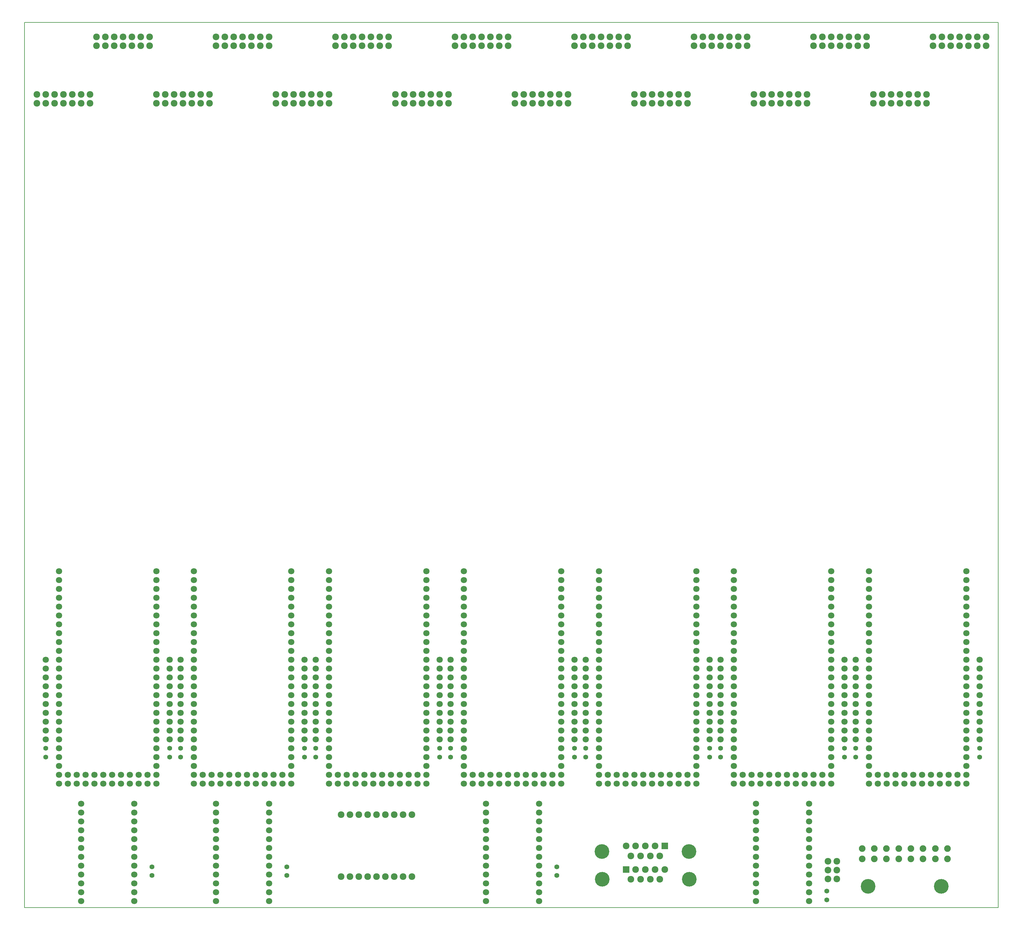
<source format=gbr>
G04 #@! TF.FileFunction,Soldermask,Top*
%FSLAX46Y46*%
G04 Gerber Fmt 4.6, Leading zero omitted, Abs format (unit mm)*
G04 Created by KiCad (PCBNEW 4.0.3+e1-6302~38~ubuntu14.04.1-stable) date Fri Aug 19 15:31:16 2016*
%MOMM*%
%LPD*%
G01*
G04 APERTURE LIST*
%ADD10C,0.100000*%
%ADD11C,0.150000*%
%ADD12C,1.900000*%
%ADD13C,4.210000*%
%ADD14C,1.924000*%
%ADD15C,1.797000*%
%ADD16C,1.400000*%
%ADD17R,1.924000X1.924000*%
G04 APERTURE END LIST*
D10*
D11*
X304800000Y-16510000D02*
X304800000Y-270510000D01*
X25400000Y-16510000D02*
X25400000Y-270510000D01*
X25400000Y-270510000D02*
X304800000Y-270510000D01*
X25400000Y-16510000D02*
X304800000Y-16510000D01*
D12*
X290210000Y-256540000D03*
X272710000Y-256540000D03*
D13*
X288460000Y-264450000D03*
D12*
X269210000Y-256540000D03*
X286710000Y-256540000D03*
X283210000Y-256540000D03*
X265710000Y-256540000D03*
X290210000Y-253540000D03*
X279710000Y-256540000D03*
X286710000Y-253540000D03*
X276210000Y-256540000D03*
D13*
X267460000Y-264450000D03*
D12*
X283210000Y-253540000D03*
X279710000Y-253540000D03*
X276210000Y-253540000D03*
X272710000Y-253540000D03*
X269210000Y-253540000D03*
X265710000Y-253540000D03*
D14*
X116205000Y-243840000D03*
X118745000Y-243840000D03*
X121285000Y-243840000D03*
X123825000Y-243840000D03*
X126365000Y-243840000D03*
X128905000Y-243840000D03*
X131445000Y-243840000D03*
X133985000Y-243840000D03*
X136525000Y-243840000D03*
X136525000Y-261620000D03*
X133985000Y-261620000D03*
X131445000Y-261620000D03*
X128905000Y-261620000D03*
X126365000Y-261620000D03*
X123825000Y-261620000D03*
X121285000Y-261620000D03*
X118745000Y-261620000D03*
X116205000Y-261620000D03*
D15*
X157797500Y-240665000D03*
X157797500Y-243205000D03*
X157797500Y-245745000D03*
X157797500Y-248285000D03*
X157797500Y-250825000D03*
X157797500Y-253365000D03*
X157797500Y-255905000D03*
X157797500Y-260985000D03*
X157797500Y-263525000D03*
X157797500Y-266065000D03*
X157797500Y-268605000D03*
X157797500Y-258445000D03*
X173037500Y-258445000D03*
X173037500Y-268605000D03*
X173037500Y-266065000D03*
X173037500Y-263525000D03*
X173037500Y-260985000D03*
X173037500Y-255905000D03*
X173037500Y-253365000D03*
X173037500Y-250825000D03*
X173037500Y-248285000D03*
X173037500Y-245745000D03*
X173037500Y-243205000D03*
X173037500Y-240665000D03*
X256857500Y-234950000D03*
X256857500Y-232410000D03*
X256857500Y-229870000D03*
X256857500Y-227330000D03*
X256857500Y-224790000D03*
X256857500Y-222250000D03*
X256857500Y-219710000D03*
X256857500Y-217170000D03*
X256857500Y-214630000D03*
X256857500Y-212090000D03*
X256857500Y-209550000D03*
X256857500Y-207010000D03*
X256857500Y-204470000D03*
X256857500Y-201930000D03*
X256857500Y-199390000D03*
X256857500Y-196850000D03*
X256857500Y-194310000D03*
X256857500Y-191770000D03*
X256857500Y-189230000D03*
X256857500Y-186690000D03*
X256857500Y-184150000D03*
X256857500Y-181610000D03*
X256857500Y-179070000D03*
X256857500Y-176530000D03*
X256857500Y-173990000D03*
X228917500Y-173990000D03*
X228917500Y-176530000D03*
X228917500Y-179070000D03*
X228917500Y-181610000D03*
X228917500Y-184150000D03*
X228917500Y-186690000D03*
X228917500Y-189230000D03*
X228917500Y-191770000D03*
X228917500Y-194310000D03*
X228917500Y-196850000D03*
X228917500Y-199390000D03*
X228917500Y-201930000D03*
X228917500Y-204470000D03*
X228917500Y-207010000D03*
X228917500Y-209550000D03*
X228917500Y-212090000D03*
X228917500Y-214630000D03*
X228917500Y-217170000D03*
X228917500Y-219710000D03*
X228917500Y-222250000D03*
X228917500Y-224790000D03*
X228917500Y-227330000D03*
X228917500Y-229870000D03*
X228917500Y-232410000D03*
X228917500Y-234950000D03*
X218122500Y-234950000D03*
X218122500Y-232410000D03*
X218122500Y-229870000D03*
X218122500Y-227330000D03*
X218122500Y-224790000D03*
X218122500Y-222250000D03*
X218122500Y-219710000D03*
X218122500Y-217170000D03*
X218122500Y-214630000D03*
X218122500Y-212090000D03*
X218122500Y-209550000D03*
X218122500Y-207010000D03*
X218122500Y-204470000D03*
X218122500Y-201930000D03*
X218122500Y-199390000D03*
X218122500Y-196850000D03*
X218122500Y-194310000D03*
X218122500Y-191770000D03*
X218122500Y-189230000D03*
X218122500Y-186690000D03*
X218122500Y-184150000D03*
X218122500Y-181610000D03*
X218122500Y-179070000D03*
X218122500Y-176530000D03*
X218122500Y-173990000D03*
X190182500Y-173990000D03*
X190182500Y-176530000D03*
X190182500Y-179070000D03*
X190182500Y-181610000D03*
X190182500Y-184150000D03*
X190182500Y-186690000D03*
X190182500Y-189230000D03*
X190182500Y-191770000D03*
X190182500Y-194310000D03*
X190182500Y-196850000D03*
X190182500Y-199390000D03*
X190182500Y-201930000D03*
X190182500Y-204470000D03*
X190182500Y-207010000D03*
X190182500Y-209550000D03*
X190182500Y-212090000D03*
X190182500Y-214630000D03*
X190182500Y-217170000D03*
X190182500Y-219710000D03*
X190182500Y-222250000D03*
X190182500Y-224790000D03*
X190182500Y-227330000D03*
X190182500Y-229870000D03*
X190182500Y-232410000D03*
X190182500Y-234950000D03*
X63182500Y-234950000D03*
X63182500Y-232410000D03*
X63182500Y-229870000D03*
X63182500Y-227330000D03*
X63182500Y-224790000D03*
X63182500Y-222250000D03*
X63182500Y-219710000D03*
X63182500Y-217170000D03*
X63182500Y-214630000D03*
X63182500Y-212090000D03*
X63182500Y-209550000D03*
X63182500Y-207010000D03*
X63182500Y-204470000D03*
X63182500Y-201930000D03*
X63182500Y-199390000D03*
X63182500Y-196850000D03*
X63182500Y-194310000D03*
X63182500Y-191770000D03*
X63182500Y-189230000D03*
X63182500Y-186690000D03*
X63182500Y-184150000D03*
X63182500Y-181610000D03*
X63182500Y-179070000D03*
X63182500Y-176530000D03*
X63182500Y-173990000D03*
X35242500Y-173990000D03*
X35242500Y-176530000D03*
X35242500Y-179070000D03*
X35242500Y-181610000D03*
X35242500Y-184150000D03*
X35242500Y-186690000D03*
X35242500Y-189230000D03*
X35242500Y-191770000D03*
X35242500Y-194310000D03*
X35242500Y-196850000D03*
X35242500Y-199390000D03*
X35242500Y-201930000D03*
X35242500Y-204470000D03*
X35242500Y-207010000D03*
X35242500Y-209550000D03*
X35242500Y-212090000D03*
X35242500Y-214630000D03*
X35242500Y-217170000D03*
X35242500Y-219710000D03*
X35242500Y-222250000D03*
X35242500Y-224790000D03*
X35242500Y-227330000D03*
X35242500Y-229870000D03*
X35242500Y-232410000D03*
X35242500Y-234950000D03*
D14*
X95567500Y-20637500D03*
X93027500Y-20637500D03*
X90487500Y-20637500D03*
X87947500Y-20637500D03*
X85407500Y-20637500D03*
X82867500Y-20637500D03*
X80327500Y-20637500D03*
X95567500Y-23177500D03*
X93027500Y-23177500D03*
X90487500Y-23177500D03*
X87947500Y-23177500D03*
X85407500Y-23177500D03*
X82867500Y-23177500D03*
X80327500Y-23177500D03*
X44132500Y-37147500D03*
X41592500Y-37147500D03*
X39052500Y-37147500D03*
X36512500Y-37147500D03*
X33972500Y-37147500D03*
X31432500Y-37147500D03*
X28892500Y-37147500D03*
X44132500Y-39687500D03*
X41592500Y-39687500D03*
X39052500Y-39687500D03*
X36512500Y-39687500D03*
X33972500Y-39687500D03*
X31432500Y-39687500D03*
X28892500Y-39687500D03*
D15*
X101917500Y-234950000D03*
X101917500Y-232410000D03*
X101917500Y-229870000D03*
X101917500Y-227330000D03*
X101917500Y-224790000D03*
X101917500Y-222250000D03*
X101917500Y-219710000D03*
X101917500Y-217170000D03*
X101917500Y-214630000D03*
X101917500Y-212090000D03*
X101917500Y-209550000D03*
X101917500Y-207010000D03*
X101917500Y-204470000D03*
X101917500Y-201930000D03*
X101917500Y-199390000D03*
X101917500Y-196850000D03*
X101917500Y-194310000D03*
X101917500Y-191770000D03*
X101917500Y-189230000D03*
X101917500Y-186690000D03*
X101917500Y-184150000D03*
X101917500Y-181610000D03*
X101917500Y-179070000D03*
X101917500Y-176530000D03*
X101917500Y-173990000D03*
X73977500Y-173990000D03*
X73977500Y-176530000D03*
X73977500Y-179070000D03*
X73977500Y-181610000D03*
X73977500Y-184150000D03*
X73977500Y-186690000D03*
X73977500Y-189230000D03*
X73977500Y-191770000D03*
X73977500Y-194310000D03*
X73977500Y-196850000D03*
X73977500Y-199390000D03*
X73977500Y-201930000D03*
X73977500Y-204470000D03*
X73977500Y-207010000D03*
X73977500Y-209550000D03*
X73977500Y-212090000D03*
X73977500Y-214630000D03*
X73977500Y-217170000D03*
X73977500Y-219710000D03*
X73977500Y-222250000D03*
X73977500Y-224790000D03*
X73977500Y-227330000D03*
X73977500Y-229870000D03*
X73977500Y-232410000D03*
X73977500Y-234950000D03*
X140652500Y-234950000D03*
X140652500Y-232410000D03*
X140652500Y-229870000D03*
X140652500Y-227330000D03*
X140652500Y-224790000D03*
X140652500Y-222250000D03*
X140652500Y-219710000D03*
X140652500Y-217170000D03*
X140652500Y-214630000D03*
X140652500Y-212090000D03*
X140652500Y-209550000D03*
X140652500Y-207010000D03*
X140652500Y-204470000D03*
X140652500Y-201930000D03*
X140652500Y-199390000D03*
X140652500Y-196850000D03*
X140652500Y-194310000D03*
X140652500Y-191770000D03*
X140652500Y-189230000D03*
X140652500Y-186690000D03*
X140652500Y-184150000D03*
X140652500Y-181610000D03*
X140652500Y-179070000D03*
X140652500Y-176530000D03*
X140652500Y-173990000D03*
X112712500Y-173990000D03*
X112712500Y-176530000D03*
X112712500Y-179070000D03*
X112712500Y-181610000D03*
X112712500Y-184150000D03*
X112712500Y-186690000D03*
X112712500Y-189230000D03*
X112712500Y-191770000D03*
X112712500Y-194310000D03*
X112712500Y-196850000D03*
X112712500Y-199390000D03*
X112712500Y-201930000D03*
X112712500Y-204470000D03*
X112712500Y-207010000D03*
X112712500Y-209550000D03*
X112712500Y-212090000D03*
X112712500Y-214630000D03*
X112712500Y-217170000D03*
X112712500Y-219710000D03*
X112712500Y-222250000D03*
X112712500Y-224790000D03*
X112712500Y-227330000D03*
X112712500Y-229870000D03*
X112712500Y-232410000D03*
X112712500Y-234950000D03*
X179387500Y-234950000D03*
X179387500Y-232410000D03*
X179387500Y-229870000D03*
X179387500Y-227330000D03*
X179387500Y-224790000D03*
X179387500Y-222250000D03*
X179387500Y-219710000D03*
X179387500Y-217170000D03*
X179387500Y-214630000D03*
X179387500Y-212090000D03*
X179387500Y-209550000D03*
X179387500Y-207010000D03*
X179387500Y-204470000D03*
X179387500Y-201930000D03*
X179387500Y-199390000D03*
X179387500Y-196850000D03*
X179387500Y-194310000D03*
X179387500Y-191770000D03*
X179387500Y-189230000D03*
X179387500Y-186690000D03*
X179387500Y-184150000D03*
X179387500Y-181610000D03*
X179387500Y-179070000D03*
X179387500Y-176530000D03*
X179387500Y-173990000D03*
X151447500Y-173990000D03*
X151447500Y-176530000D03*
X151447500Y-179070000D03*
X151447500Y-181610000D03*
X151447500Y-184150000D03*
X151447500Y-186690000D03*
X151447500Y-189230000D03*
X151447500Y-191770000D03*
X151447500Y-194310000D03*
X151447500Y-196850000D03*
X151447500Y-199390000D03*
X151447500Y-201930000D03*
X151447500Y-204470000D03*
X151447500Y-207010000D03*
X151447500Y-209550000D03*
X151447500Y-212090000D03*
X151447500Y-214630000D03*
X151447500Y-217170000D03*
X151447500Y-219710000D03*
X151447500Y-222250000D03*
X151447500Y-224790000D03*
X151447500Y-227330000D03*
X151447500Y-229870000D03*
X151447500Y-232410000D03*
X151447500Y-234950000D03*
X295592500Y-234950000D03*
X295592500Y-232410000D03*
X295592500Y-229870000D03*
X295592500Y-227330000D03*
X295592500Y-224790000D03*
X295592500Y-222250000D03*
X295592500Y-219710000D03*
X295592500Y-217170000D03*
X295592500Y-214630000D03*
X295592500Y-212090000D03*
X295592500Y-209550000D03*
X295592500Y-207010000D03*
X295592500Y-204470000D03*
X295592500Y-201930000D03*
X295592500Y-199390000D03*
X295592500Y-196850000D03*
X295592500Y-194310000D03*
X295592500Y-191770000D03*
X295592500Y-189230000D03*
X295592500Y-186690000D03*
X295592500Y-184150000D03*
X295592500Y-181610000D03*
X295592500Y-179070000D03*
X295592500Y-176530000D03*
X295592500Y-173990000D03*
X267652500Y-173990000D03*
X267652500Y-176530000D03*
X267652500Y-179070000D03*
X267652500Y-181610000D03*
X267652500Y-184150000D03*
X267652500Y-186690000D03*
X267652500Y-189230000D03*
X267652500Y-191770000D03*
X267652500Y-194310000D03*
X267652500Y-196850000D03*
X267652500Y-199390000D03*
X267652500Y-201930000D03*
X267652500Y-204470000D03*
X267652500Y-207010000D03*
X267652500Y-209550000D03*
X267652500Y-212090000D03*
X267652500Y-214630000D03*
X267652500Y-217170000D03*
X267652500Y-219710000D03*
X267652500Y-222250000D03*
X267652500Y-224790000D03*
X267652500Y-227330000D03*
X267652500Y-229870000D03*
X267652500Y-232410000D03*
X267652500Y-234950000D03*
D14*
X215582500Y-37147500D03*
X213042500Y-37147500D03*
X210502500Y-37147500D03*
X207962500Y-37147500D03*
X205422500Y-37147500D03*
X202882500Y-37147500D03*
X200342500Y-37147500D03*
X215582500Y-39687500D03*
X213042500Y-39687500D03*
X210502500Y-39687500D03*
X207962500Y-39687500D03*
X205422500Y-39687500D03*
X202882500Y-39687500D03*
X200342500Y-39687500D03*
D15*
X235267500Y-240665000D03*
X235267500Y-243205000D03*
X235267500Y-245745000D03*
X235267500Y-248285000D03*
X235267500Y-250825000D03*
X235267500Y-253365000D03*
X235267500Y-255905000D03*
X235267500Y-260985000D03*
X235267500Y-263525000D03*
X235267500Y-266065000D03*
X235267500Y-268605000D03*
X235267500Y-258445000D03*
X250507500Y-258445000D03*
X250507500Y-268605000D03*
X250507500Y-266065000D03*
X250507500Y-263525000D03*
X250507500Y-260985000D03*
X250507500Y-255905000D03*
X250507500Y-253365000D03*
X250507500Y-250825000D03*
X250507500Y-248285000D03*
X250507500Y-245745000D03*
X250507500Y-243205000D03*
X250507500Y-240665000D03*
X80327500Y-240665000D03*
X80327500Y-243205000D03*
X80327500Y-245745000D03*
X80327500Y-248285000D03*
X80327500Y-250825000D03*
X80327500Y-253365000D03*
X80327500Y-255905000D03*
X80327500Y-260985000D03*
X80327500Y-263525000D03*
X80327500Y-266065000D03*
X80327500Y-268605000D03*
X80327500Y-258445000D03*
X95567500Y-258445000D03*
X95567500Y-268605000D03*
X95567500Y-266065000D03*
X95567500Y-263525000D03*
X95567500Y-260985000D03*
X95567500Y-255905000D03*
X95567500Y-253365000D03*
X95567500Y-250825000D03*
X95567500Y-248285000D03*
X95567500Y-245745000D03*
X95567500Y-243205000D03*
X95567500Y-240665000D03*
X282892500Y-232410000D03*
X293052500Y-232410000D03*
X290512500Y-232410000D03*
X287972500Y-232410000D03*
X285432500Y-232410000D03*
X280352500Y-232410000D03*
X277812500Y-232410000D03*
X275272500Y-232410000D03*
X272732500Y-232410000D03*
X270192500Y-232410000D03*
X244157500Y-232410000D03*
X254317500Y-232410000D03*
X251777500Y-232410000D03*
X249237500Y-232410000D03*
X246697500Y-232410000D03*
X241617500Y-232410000D03*
X239077500Y-232410000D03*
X236537500Y-232410000D03*
X233997500Y-232410000D03*
X231457500Y-232410000D03*
X205422500Y-232410000D03*
X215582500Y-232410000D03*
X213042500Y-232410000D03*
X210502500Y-232410000D03*
X207962500Y-232410000D03*
X202882500Y-232410000D03*
X200342500Y-232410000D03*
X197802500Y-232410000D03*
X195262500Y-232410000D03*
X192722500Y-232410000D03*
X166687500Y-232410000D03*
X176847500Y-232410000D03*
X174307500Y-232410000D03*
X171767500Y-232410000D03*
X169227500Y-232410000D03*
X164147500Y-232410000D03*
X161607500Y-232410000D03*
X159067500Y-232410000D03*
X156527500Y-232410000D03*
X153987500Y-232410000D03*
X127952500Y-232410000D03*
X138112500Y-232410000D03*
X135572500Y-232410000D03*
X133032500Y-232410000D03*
X130492500Y-232410000D03*
X125412500Y-232410000D03*
X122872500Y-232410000D03*
X120332500Y-232410000D03*
X117792500Y-232410000D03*
X115252500Y-232410000D03*
X89217500Y-232410000D03*
X99377500Y-232410000D03*
X96837500Y-232410000D03*
X94297500Y-232410000D03*
X91757500Y-232410000D03*
X86677500Y-232410000D03*
X84137500Y-232410000D03*
X81597500Y-232410000D03*
X79057500Y-232410000D03*
X76517500Y-232410000D03*
X50482500Y-232410000D03*
X60642500Y-232410000D03*
X58102500Y-232410000D03*
X55562500Y-232410000D03*
X53022500Y-232410000D03*
X47942500Y-232410000D03*
X45402500Y-232410000D03*
X42862500Y-232410000D03*
X40322500Y-232410000D03*
X37782500Y-232410000D03*
X280352500Y-234950000D03*
X270192500Y-234950000D03*
X272732500Y-234950000D03*
X275272500Y-234950000D03*
X277812500Y-234950000D03*
X282892500Y-234950000D03*
X285432500Y-234950000D03*
X287972500Y-234950000D03*
X290512500Y-234950000D03*
X293052500Y-234950000D03*
X241617500Y-234950000D03*
X231457500Y-234950000D03*
X233997500Y-234950000D03*
X236537500Y-234950000D03*
X239077500Y-234950000D03*
X244157500Y-234950000D03*
X246697500Y-234950000D03*
X249237500Y-234950000D03*
X251777500Y-234950000D03*
X254317500Y-234950000D03*
X202882500Y-234950000D03*
X192722500Y-234950000D03*
X195262500Y-234950000D03*
X197802500Y-234950000D03*
X200342500Y-234950000D03*
X205422500Y-234950000D03*
X207962500Y-234950000D03*
X210502500Y-234950000D03*
X213042500Y-234950000D03*
X215582500Y-234950000D03*
X164147500Y-234950000D03*
X153987500Y-234950000D03*
X156527500Y-234950000D03*
X159067500Y-234950000D03*
X161607500Y-234950000D03*
X166687500Y-234950000D03*
X169227500Y-234950000D03*
X171767500Y-234950000D03*
X174307500Y-234950000D03*
X176847500Y-234950000D03*
X125412500Y-234950000D03*
X115252500Y-234950000D03*
X117792500Y-234950000D03*
X120332500Y-234950000D03*
X122872500Y-234950000D03*
X127952500Y-234950000D03*
X130492500Y-234950000D03*
X133032500Y-234950000D03*
X135572500Y-234950000D03*
X138112500Y-234950000D03*
X86677500Y-234950000D03*
X76517500Y-234950000D03*
X79057500Y-234950000D03*
X81597500Y-234950000D03*
X84137500Y-234950000D03*
X89217500Y-234950000D03*
X91757500Y-234950000D03*
X94297500Y-234950000D03*
X96837500Y-234950000D03*
X99377500Y-234950000D03*
X47942500Y-234950000D03*
X37782500Y-234950000D03*
X40322500Y-234950000D03*
X42862500Y-234950000D03*
X45402500Y-234950000D03*
X50482500Y-234950000D03*
X53022500Y-234950000D03*
X55562500Y-234950000D03*
X58102500Y-234950000D03*
X60642500Y-234950000D03*
D14*
X112712500Y-37147500D03*
X110172500Y-37147500D03*
X107632500Y-37147500D03*
X105092500Y-37147500D03*
X102552500Y-37147500D03*
X100012500Y-37147500D03*
X97472500Y-37147500D03*
X112712500Y-39687500D03*
X110172500Y-39687500D03*
X107632500Y-39687500D03*
X105092500Y-39687500D03*
X102552500Y-39687500D03*
X100012500Y-39687500D03*
X97472500Y-39687500D03*
X181292500Y-37147500D03*
X178752500Y-37147500D03*
X176212500Y-37147500D03*
X173672500Y-37147500D03*
X171132500Y-37147500D03*
X168592500Y-37147500D03*
X166052500Y-37147500D03*
X181292500Y-39687500D03*
X178752500Y-39687500D03*
X176212500Y-39687500D03*
X173672500Y-39687500D03*
X171132500Y-39687500D03*
X168592500Y-39687500D03*
X166052500Y-39687500D03*
X249872500Y-37147500D03*
X247332500Y-37147500D03*
X244792500Y-37147500D03*
X242252500Y-37147500D03*
X239712500Y-37147500D03*
X237172500Y-37147500D03*
X234632500Y-37147500D03*
X249872500Y-39687500D03*
X247332500Y-39687500D03*
X244792500Y-39687500D03*
X242252500Y-39687500D03*
X239712500Y-39687500D03*
X237172500Y-39687500D03*
X234632500Y-39687500D03*
X78422500Y-37147500D03*
X75882500Y-37147500D03*
X73342500Y-37147500D03*
X70802500Y-37147500D03*
X68262500Y-37147500D03*
X65722500Y-37147500D03*
X63182500Y-37147500D03*
X78422500Y-39687500D03*
X75882500Y-39687500D03*
X73342500Y-39687500D03*
X70802500Y-39687500D03*
X68262500Y-39687500D03*
X65722500Y-39687500D03*
X63182500Y-39687500D03*
X147002500Y-37147500D03*
X144462500Y-37147500D03*
X141922500Y-37147500D03*
X139382500Y-37147500D03*
X136842500Y-37147500D03*
X134302500Y-37147500D03*
X131762500Y-37147500D03*
X147002500Y-39687500D03*
X144462500Y-39687500D03*
X141922500Y-39687500D03*
X139382500Y-39687500D03*
X136842500Y-39687500D03*
X134302500Y-39687500D03*
X131762500Y-39687500D03*
X284162500Y-37147500D03*
X281622500Y-37147500D03*
X279082500Y-37147500D03*
X276542500Y-37147500D03*
X274002500Y-37147500D03*
X271462500Y-37147500D03*
X268922500Y-37147500D03*
X284162500Y-39687500D03*
X281622500Y-39687500D03*
X279082500Y-39687500D03*
X276542500Y-39687500D03*
X274002500Y-39687500D03*
X271462500Y-39687500D03*
X268922500Y-39687500D03*
X61277500Y-20637500D03*
X58737500Y-20637500D03*
X56197500Y-20637500D03*
X53657500Y-20637500D03*
X51117500Y-20637500D03*
X48577500Y-20637500D03*
X46037500Y-20637500D03*
X61277500Y-23177500D03*
X58737500Y-23177500D03*
X56197500Y-23177500D03*
X53657500Y-23177500D03*
X51117500Y-23177500D03*
X48577500Y-23177500D03*
X46037500Y-23177500D03*
X129857500Y-20637500D03*
X127317500Y-20637500D03*
X124777500Y-20637500D03*
X122237500Y-20637500D03*
X119697500Y-20637500D03*
X117157500Y-20637500D03*
X114617500Y-20637500D03*
X129857500Y-23177500D03*
X127317500Y-23177500D03*
X124777500Y-23177500D03*
X122237500Y-23177500D03*
X119697500Y-23177500D03*
X117157500Y-23177500D03*
X114617500Y-23177500D03*
X198437500Y-20637500D03*
X195897500Y-20637500D03*
X193357500Y-20637500D03*
X190817500Y-20637500D03*
X188277500Y-20637500D03*
X185737500Y-20637500D03*
X183197500Y-20637500D03*
X198437500Y-23177500D03*
X195897500Y-23177500D03*
X193357500Y-23177500D03*
X190817500Y-23177500D03*
X188277500Y-23177500D03*
X185737500Y-23177500D03*
X183197500Y-23177500D03*
X267017500Y-20637500D03*
X264477500Y-20637500D03*
X261937500Y-20637500D03*
X259397500Y-20637500D03*
X256857500Y-20637500D03*
X254317500Y-20637500D03*
X251777500Y-20637500D03*
X267017500Y-23177500D03*
X264477500Y-23177500D03*
X261937500Y-23177500D03*
X259397500Y-23177500D03*
X256857500Y-23177500D03*
X254317500Y-23177500D03*
X251777500Y-23177500D03*
X164147500Y-20637500D03*
X161607500Y-20637500D03*
X159067500Y-20637500D03*
X156527500Y-20637500D03*
X153987500Y-20637500D03*
X151447500Y-20637500D03*
X148907500Y-20637500D03*
X164147500Y-23177500D03*
X161607500Y-23177500D03*
X159067500Y-23177500D03*
X156527500Y-23177500D03*
X153987500Y-23177500D03*
X151447500Y-23177500D03*
X148907500Y-23177500D03*
X232727500Y-20637500D03*
X230187500Y-20637500D03*
X227647500Y-20637500D03*
X225107500Y-20637500D03*
X222567500Y-20637500D03*
X220027500Y-20637500D03*
X217487500Y-20637500D03*
X232727500Y-23177500D03*
X230187500Y-23177500D03*
X227647500Y-23177500D03*
X225107500Y-23177500D03*
X222567500Y-23177500D03*
X220027500Y-23177500D03*
X217487500Y-23177500D03*
X301307500Y-20637500D03*
X298767500Y-20637500D03*
X296227500Y-20637500D03*
X293687500Y-20637500D03*
X291147500Y-20637500D03*
X288607500Y-20637500D03*
X286067500Y-20637500D03*
X301307500Y-23177500D03*
X298767500Y-23177500D03*
X296227500Y-23177500D03*
X293687500Y-23177500D03*
X291147500Y-23177500D03*
X288607500Y-23177500D03*
X286067500Y-23177500D03*
D16*
X299402500Y-227310000D03*
X299402500Y-224810000D03*
X263842500Y-227310000D03*
X263842500Y-224810000D03*
X260667500Y-227310000D03*
X260667500Y-224810000D03*
X225107500Y-227310000D03*
X225107500Y-224810000D03*
X221932500Y-227310000D03*
X221932500Y-224810000D03*
X186372500Y-227310000D03*
X186372500Y-224810000D03*
X183197500Y-227310000D03*
X183197500Y-224810000D03*
X147637500Y-227310000D03*
X147637500Y-224810000D03*
X144462500Y-227310000D03*
X144462500Y-224810000D03*
X108902500Y-227310000D03*
X108902500Y-224810000D03*
X105727500Y-227310000D03*
X105727500Y-224810000D03*
X70167500Y-227310000D03*
X70167500Y-224810000D03*
X66992500Y-227310000D03*
X66992500Y-224810000D03*
X31432500Y-227310000D03*
X31432500Y-224810000D03*
D15*
X41592500Y-240665000D03*
X41592500Y-243205000D03*
X41592500Y-245745000D03*
X41592500Y-248285000D03*
X41592500Y-250825000D03*
X41592500Y-253365000D03*
X41592500Y-255905000D03*
X41592500Y-260985000D03*
X41592500Y-263525000D03*
X41592500Y-266065000D03*
X41592500Y-268605000D03*
X41592500Y-258445000D03*
X56832500Y-258445000D03*
X56832500Y-268605000D03*
X56832500Y-266065000D03*
X56832500Y-263525000D03*
X56832500Y-260985000D03*
X56832500Y-255905000D03*
X56832500Y-253365000D03*
X56832500Y-250825000D03*
X56832500Y-248285000D03*
X56832500Y-245745000D03*
X56832500Y-243205000D03*
X56832500Y-240665000D03*
D14*
X255905000Y-257175000D03*
X258445000Y-257175000D03*
X255905000Y-259715000D03*
X258445000Y-259715000D03*
X255905000Y-262255000D03*
X258445000Y-262255000D03*
X207670400Y-262416925D03*
X204901800Y-262416925D03*
X202133200Y-262416925D03*
X199364600Y-262416925D03*
X209054700Y-259572125D03*
X206286100Y-259572125D03*
X203517500Y-259572125D03*
X200748900Y-259572125D03*
D17*
X197980300Y-259572125D03*
D13*
X216141300Y-262416925D03*
X191147700Y-262416925D03*
X216014300Y-254415925D03*
X191020700Y-254415925D03*
D17*
X209054700Y-252815725D03*
D14*
X206286100Y-252815725D03*
X203517500Y-252815725D03*
X200748900Y-252815725D03*
X197980300Y-252815725D03*
X207670400Y-255660525D03*
X204901800Y-255660525D03*
X202133200Y-255660525D03*
X199364600Y-255660525D03*
D15*
X31432500Y-212090000D03*
X31432500Y-222250000D03*
X31432500Y-219710000D03*
X31432500Y-217170000D03*
X31432500Y-214630000D03*
X31432500Y-209550000D03*
X31432500Y-207010000D03*
X31432500Y-204470000D03*
X31432500Y-201930000D03*
X31432500Y-199390000D03*
X66992500Y-212090000D03*
X66992500Y-222250000D03*
X66992500Y-219710000D03*
X66992500Y-217170000D03*
X66992500Y-214630000D03*
X66992500Y-209550000D03*
X66992500Y-207010000D03*
X66992500Y-204470000D03*
X66992500Y-201930000D03*
X66992500Y-199390000D03*
X70167500Y-212090000D03*
X70167500Y-222250000D03*
X70167500Y-219710000D03*
X70167500Y-217170000D03*
X70167500Y-214630000D03*
X70167500Y-209550000D03*
X70167500Y-207010000D03*
X70167500Y-204470000D03*
X70167500Y-201930000D03*
X70167500Y-199390000D03*
X105727500Y-212090000D03*
X105727500Y-222250000D03*
X105727500Y-219710000D03*
X105727500Y-217170000D03*
X105727500Y-214630000D03*
X105727500Y-209550000D03*
X105727500Y-207010000D03*
X105727500Y-204470000D03*
X105727500Y-201930000D03*
X105727500Y-199390000D03*
X108902500Y-212090000D03*
X108902500Y-222250000D03*
X108902500Y-219710000D03*
X108902500Y-217170000D03*
X108902500Y-214630000D03*
X108902500Y-209550000D03*
X108902500Y-207010000D03*
X108902500Y-204470000D03*
X108902500Y-201930000D03*
X108902500Y-199390000D03*
X144462500Y-212090000D03*
X144462500Y-222250000D03*
X144462500Y-219710000D03*
X144462500Y-217170000D03*
X144462500Y-214630000D03*
X144462500Y-209550000D03*
X144462500Y-207010000D03*
X144462500Y-204470000D03*
X144462500Y-201930000D03*
X144462500Y-199390000D03*
X147637500Y-212090000D03*
X147637500Y-222250000D03*
X147637500Y-219710000D03*
X147637500Y-217170000D03*
X147637500Y-214630000D03*
X147637500Y-209550000D03*
X147637500Y-207010000D03*
X147637500Y-204470000D03*
X147637500Y-201930000D03*
X147637500Y-199390000D03*
X183197500Y-212090000D03*
X183197500Y-222250000D03*
X183197500Y-219710000D03*
X183197500Y-217170000D03*
X183197500Y-214630000D03*
X183197500Y-209550000D03*
X183197500Y-207010000D03*
X183197500Y-204470000D03*
X183197500Y-201930000D03*
X183197500Y-199390000D03*
X186372500Y-212090000D03*
X186372500Y-222250000D03*
X186372500Y-219710000D03*
X186372500Y-217170000D03*
X186372500Y-214630000D03*
X186372500Y-209550000D03*
X186372500Y-207010000D03*
X186372500Y-204470000D03*
X186372500Y-201930000D03*
X186372500Y-199390000D03*
X221932500Y-212090000D03*
X221932500Y-222250000D03*
X221932500Y-219710000D03*
X221932500Y-217170000D03*
X221932500Y-214630000D03*
X221932500Y-209550000D03*
X221932500Y-207010000D03*
X221932500Y-204470000D03*
X221932500Y-201930000D03*
X221932500Y-199390000D03*
X225107500Y-212090000D03*
X225107500Y-222250000D03*
X225107500Y-219710000D03*
X225107500Y-217170000D03*
X225107500Y-214630000D03*
X225107500Y-209550000D03*
X225107500Y-207010000D03*
X225107500Y-204470000D03*
X225107500Y-201930000D03*
X225107500Y-199390000D03*
X260667500Y-212090000D03*
X260667500Y-222250000D03*
X260667500Y-219710000D03*
X260667500Y-217170000D03*
X260667500Y-214630000D03*
X260667500Y-209550000D03*
X260667500Y-207010000D03*
X260667500Y-204470000D03*
X260667500Y-201930000D03*
X260667500Y-199390000D03*
X263842500Y-212090000D03*
X263842500Y-222250000D03*
X263842500Y-219710000D03*
X263842500Y-217170000D03*
X263842500Y-214630000D03*
X263842500Y-209550000D03*
X263842500Y-207010000D03*
X263842500Y-204470000D03*
X263842500Y-201930000D03*
X263842500Y-199390000D03*
X299402500Y-212090000D03*
X299402500Y-222250000D03*
X299402500Y-219710000D03*
X299402500Y-217170000D03*
X299402500Y-214630000D03*
X299402500Y-209550000D03*
X299402500Y-207010000D03*
X299402500Y-204470000D03*
X299402500Y-201930000D03*
X299402500Y-199390000D03*
D16*
X61912500Y-261282500D03*
X61912500Y-258782500D03*
X100647500Y-261282500D03*
X100647500Y-258782500D03*
X178117500Y-261282500D03*
X178117500Y-258782500D03*
X255587500Y-265767500D03*
X255587500Y-268267500D03*
M02*

</source>
